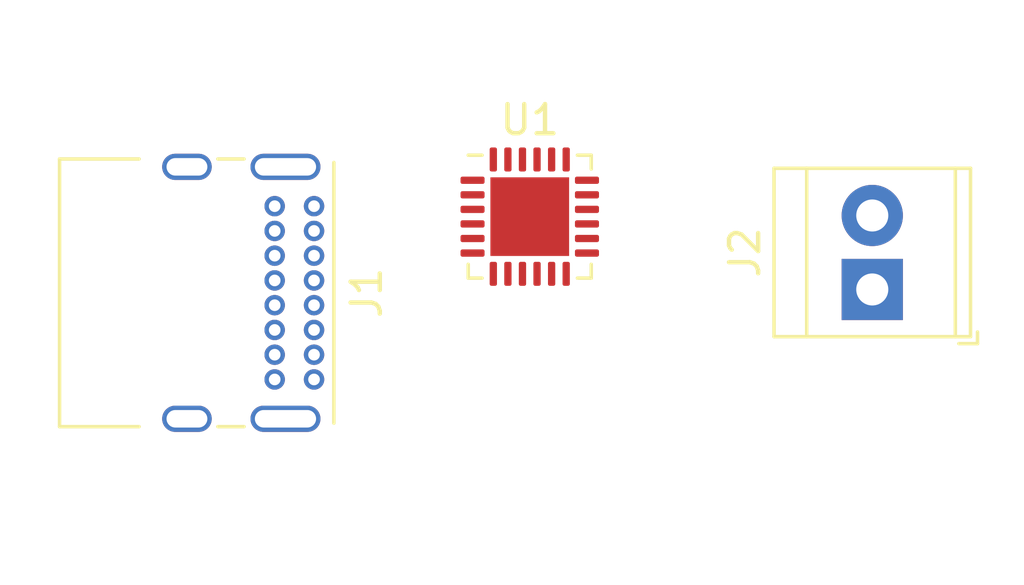
<source format=kicad_pcb>
(kicad_pcb (version 20171130) (host pcbnew "(5.1.9)-1")

  (general
    (thickness 1.6)
    (drawings 0)
    (tracks 0)
    (zones 0)
    (modules 3)
    (nets 31)
  )

  (page A4)
  (layers
    (0 F.Cu signal)
    (31 B.Cu signal)
    (32 B.Adhes user)
    (33 F.Adhes user)
    (34 B.Paste user)
    (35 F.Paste user)
    (36 B.SilkS user)
    (37 F.SilkS user)
    (38 B.Mask user)
    (39 F.Mask user)
    (40 Dwgs.User user)
    (41 Cmts.User user)
    (42 Eco1.User user)
    (43 Eco2.User user)
    (44 Edge.Cuts user)
    (45 Margin user)
    (46 B.CrtYd user)
    (47 F.CrtYd user)
    (48 B.Fab user)
    (49 F.Fab user)
  )

  (setup
    (last_trace_width 0.25)
    (trace_clearance 0.2)
    (zone_clearance 0.508)
    (zone_45_only no)
    (trace_min 0.2)
    (via_size 0.8)
    (via_drill 0.4)
    (via_min_size 0.4)
    (via_min_drill 0.3)
    (uvia_size 0.3)
    (uvia_drill 0.1)
    (uvias_allowed no)
    (uvia_min_size 0.2)
    (uvia_min_drill 0.1)
    (edge_width 0.05)
    (segment_width 0.2)
    (pcb_text_width 0.3)
    (pcb_text_size 1.5 1.5)
    (mod_edge_width 0.12)
    (mod_text_size 1 1)
    (mod_text_width 0.15)
    (pad_size 1.524 1.524)
    (pad_drill 0.762)
    (pad_to_mask_clearance 0)
    (aux_axis_origin 0 0)
    (visible_elements FFFFFF7F)
    (pcbplotparams
      (layerselection 0x010fc_ffffffff)
      (usegerberextensions false)
      (usegerberattributes true)
      (usegerberadvancedattributes true)
      (creategerberjobfile true)
      (excludeedgelayer true)
      (linewidth 0.100000)
      (plotframeref false)
      (viasonmask false)
      (mode 1)
      (useauxorigin false)
      (hpglpennumber 1)
      (hpglpenspeed 20)
      (hpglpendiameter 15.000000)
      (psnegative false)
      (psa4output false)
      (plotreference true)
      (plotvalue true)
      (plotinvisibletext false)
      (padsonsilk false)
      (subtractmaskfromsilk false)
      (outputformat 1)
      (mirror false)
      (drillshape 1)
      (scaleselection 1)
      (outputdirectory ""))
  )

  (net 0 "")
  (net 1 CC1)
  (net 2 "Net-(U1-Pad3)")
  (net 3 CC2)
  (net 4 "Net-(U1-Pad6)")
  (net 5 "Net-(U1-Pad7)")
  (net 6 "Net-(U1-Pad8)")
  (net 7 "Net-(U1-Pad9)")
  (net 8 GND)
  (net 9 "Net-(U1-Pad11)")
  (net 10 "Net-(U1-Pad12)")
  (net 11 "Net-(U1-Pad13)")
  (net 12 "Net-(U1-Pad14)")
  (net 13 "Net-(U1-Pad15)")
  (net 14 "Net-(U1-Pad16)")
  (net 15 "Net-(U1-Pad17)")
  (net 16 "Net-(U1-Pad18)")
  (net 17 "Net-(U1-Pad19)")
  (net 18 "Net-(U1-Pad20)")
  (net 19 "Net-(U1-Pad21)")
  (net 20 "Net-(U1-Pad22)")
  (net 21 "Net-(U1-Pad23)")
  (net 22 "Net-(U1-Pad24)")
  (net 23 VDD)
  (net 24 D+)
  (net 25 D-)
  (net 26 "Net-(J1-PadA8)")
  (net 27 "Net-(J1-PadB8)")
  (net 28 SHIELD)
  (net 29 "Net-(J2-Pad1)")
  (net 30 "Net-(J2-Pad2)")

  (net_class Default "This is the default net class."
    (clearance 0.2)
    (trace_width 0.25)
    (via_dia 0.8)
    (via_drill 0.4)
    (uvia_dia 0.3)
    (uvia_drill 0.1)
    (add_net CC1)
    (add_net CC2)
    (add_net D+)
    (add_net D-)
    (add_net GND)
    (add_net "Net-(J1-PadA8)")
    (add_net "Net-(J1-PadB8)")
    (add_net "Net-(J2-Pad1)")
    (add_net "Net-(J2-Pad2)")
    (add_net "Net-(U1-Pad11)")
    (add_net "Net-(U1-Pad12)")
    (add_net "Net-(U1-Pad13)")
    (add_net "Net-(U1-Pad14)")
    (add_net "Net-(U1-Pad15)")
    (add_net "Net-(U1-Pad16)")
    (add_net "Net-(U1-Pad17)")
    (add_net "Net-(U1-Pad18)")
    (add_net "Net-(U1-Pad19)")
    (add_net "Net-(U1-Pad20)")
    (add_net "Net-(U1-Pad21)")
    (add_net "Net-(U1-Pad22)")
    (add_net "Net-(U1-Pad23)")
    (add_net "Net-(U1-Pad24)")
    (add_net "Net-(U1-Pad3)")
    (add_net "Net-(U1-Pad6)")
    (add_net "Net-(U1-Pad7)")
    (add_net "Net-(U1-Pad8)")
    (add_net "Net-(U1-Pad9)")
    (add_net SHIELD)
    (add_net VDD)
  )

  (module Package_DFN_QFN:QFN-24-1EP_4x4mm_P0.5mm_EP2.7x2.7mm (layer F.Cu) (tedit 5DC5F6A3) (tstamp 632693AC)
    (at 161.1 49.75)
    (descr "QFN, 24 Pin (http://www.alfarzpp.lv/eng/sc/AS3330.pdf), generated with kicad-footprint-generator ipc_noLead_generator.py")
    (tags "QFN NoLead")
    (path /632632B8)
    (attr smd)
    (fp_text reference U1 (at 0 -3.32) (layer F.SilkS)
      (effects (font (size 1 1) (thickness 0.15)))
    )
    (fp_text value STUSB4500QTR (at 0 3.32) (layer F.Fab)
      (effects (font (size 1 1) (thickness 0.15)))
    )
    (fp_line (start 2.62 -2.62) (end -2.62 -2.62) (layer F.CrtYd) (width 0.05))
    (fp_line (start 2.62 2.62) (end 2.62 -2.62) (layer F.CrtYd) (width 0.05))
    (fp_line (start -2.62 2.62) (end 2.62 2.62) (layer F.CrtYd) (width 0.05))
    (fp_line (start -2.62 -2.62) (end -2.62 2.62) (layer F.CrtYd) (width 0.05))
    (fp_line (start -2 -1) (end -1 -2) (layer F.Fab) (width 0.1))
    (fp_line (start -2 2) (end -2 -1) (layer F.Fab) (width 0.1))
    (fp_line (start 2 2) (end -2 2) (layer F.Fab) (width 0.1))
    (fp_line (start 2 -2) (end 2 2) (layer F.Fab) (width 0.1))
    (fp_line (start -1 -2) (end 2 -2) (layer F.Fab) (width 0.1))
    (fp_line (start -1.635 -2.11) (end -2.11 -2.11) (layer F.SilkS) (width 0.12))
    (fp_line (start 2.11 2.11) (end 2.11 1.635) (layer F.SilkS) (width 0.12))
    (fp_line (start 1.635 2.11) (end 2.11 2.11) (layer F.SilkS) (width 0.12))
    (fp_line (start -2.11 2.11) (end -2.11 1.635) (layer F.SilkS) (width 0.12))
    (fp_line (start -1.635 2.11) (end -2.11 2.11) (layer F.SilkS) (width 0.12))
    (fp_line (start 2.11 -2.11) (end 2.11 -1.635) (layer F.SilkS) (width 0.12))
    (fp_line (start 1.635 -2.11) (end 2.11 -2.11) (layer F.SilkS) (width 0.12))
    (fp_text user %R (at 0 0) (layer F.Fab)
      (effects (font (size 1 1) (thickness 0.15)))
    )
    (pad 1 smd roundrect (at -1.9625 -1.25) (size 0.825 0.25) (layers F.Cu F.Paste F.Mask) (roundrect_rratio 0.25)
      (net 1 CC1))
    (pad 2 smd roundrect (at -1.9625 -0.75) (size 0.825 0.25) (layers F.Cu F.Paste F.Mask) (roundrect_rratio 0.25)
      (net 1 CC1))
    (pad 3 smd roundrect (at -1.9625 -0.25) (size 0.825 0.25) (layers F.Cu F.Paste F.Mask) (roundrect_rratio 0.25)
      (net 2 "Net-(U1-Pad3)"))
    (pad 4 smd roundrect (at -1.9625 0.25) (size 0.825 0.25) (layers F.Cu F.Paste F.Mask) (roundrect_rratio 0.25)
      (net 3 CC2))
    (pad 5 smd roundrect (at -1.9625 0.75) (size 0.825 0.25) (layers F.Cu F.Paste F.Mask) (roundrect_rratio 0.25)
      (net 3 CC2))
    (pad 6 smd roundrect (at -1.9625 1.25) (size 0.825 0.25) (layers F.Cu F.Paste F.Mask) (roundrect_rratio 0.25)
      (net 4 "Net-(U1-Pad6)"))
    (pad 7 smd roundrect (at -1.25 1.9625) (size 0.25 0.825) (layers F.Cu F.Paste F.Mask) (roundrect_rratio 0.25)
      (net 5 "Net-(U1-Pad7)"))
    (pad 8 smd roundrect (at -0.75 1.9625) (size 0.25 0.825) (layers F.Cu F.Paste F.Mask) (roundrect_rratio 0.25)
      (net 6 "Net-(U1-Pad8)"))
    (pad 9 smd roundrect (at -0.25 1.9625) (size 0.25 0.825) (layers F.Cu F.Paste F.Mask) (roundrect_rratio 0.25)
      (net 7 "Net-(U1-Pad9)"))
    (pad 10 smd roundrect (at 0.25 1.9625) (size 0.25 0.825) (layers F.Cu F.Paste F.Mask) (roundrect_rratio 0.25)
      (net 8 GND))
    (pad 11 smd roundrect (at 0.75 1.9625) (size 0.25 0.825) (layers F.Cu F.Paste F.Mask) (roundrect_rratio 0.25)
      (net 9 "Net-(U1-Pad11)"))
    (pad 12 smd roundrect (at 1.25 1.9625) (size 0.25 0.825) (layers F.Cu F.Paste F.Mask) (roundrect_rratio 0.25)
      (net 10 "Net-(U1-Pad12)"))
    (pad 13 smd roundrect (at 1.9625 1.25) (size 0.825 0.25) (layers F.Cu F.Paste F.Mask) (roundrect_rratio 0.25)
      (net 11 "Net-(U1-Pad13)"))
    (pad 14 smd roundrect (at 1.9625 0.75) (size 0.825 0.25) (layers F.Cu F.Paste F.Mask) (roundrect_rratio 0.25)
      (net 12 "Net-(U1-Pad14)"))
    (pad 15 smd roundrect (at 1.9625 0.25) (size 0.825 0.25) (layers F.Cu F.Paste F.Mask) (roundrect_rratio 0.25)
      (net 13 "Net-(U1-Pad15)"))
    (pad 16 smd roundrect (at 1.9625 -0.25) (size 0.825 0.25) (layers F.Cu F.Paste F.Mask) (roundrect_rratio 0.25)
      (net 14 "Net-(U1-Pad16)"))
    (pad 17 smd roundrect (at 1.9625 -0.75) (size 0.825 0.25) (layers F.Cu F.Paste F.Mask) (roundrect_rratio 0.25)
      (net 15 "Net-(U1-Pad17)"))
    (pad 18 smd roundrect (at 1.9625 -1.25) (size 0.825 0.25) (layers F.Cu F.Paste F.Mask) (roundrect_rratio 0.25)
      (net 16 "Net-(U1-Pad18)"))
    (pad 19 smd roundrect (at 1.25 -1.9625) (size 0.25 0.825) (layers F.Cu F.Paste F.Mask) (roundrect_rratio 0.25)
      (net 17 "Net-(U1-Pad19)"))
    (pad 20 smd roundrect (at 0.75 -1.9625) (size 0.25 0.825) (layers F.Cu F.Paste F.Mask) (roundrect_rratio 0.25)
      (net 18 "Net-(U1-Pad20)"))
    (pad 21 smd roundrect (at 0.25 -1.9625) (size 0.25 0.825) (layers F.Cu F.Paste F.Mask) (roundrect_rratio 0.25)
      (net 19 "Net-(U1-Pad21)"))
    (pad 22 smd roundrect (at -0.25 -1.9625) (size 0.25 0.825) (layers F.Cu F.Paste F.Mask) (roundrect_rratio 0.25)
      (net 20 "Net-(U1-Pad22)"))
    (pad 23 smd roundrect (at -0.75 -1.9625) (size 0.25 0.825) (layers F.Cu F.Paste F.Mask) (roundrect_rratio 0.25)
      (net 21 "Net-(U1-Pad23)"))
    (pad 24 smd roundrect (at -1.25 -1.9625) (size 0.25 0.825) (layers F.Cu F.Paste F.Mask) (roundrect_rratio 0.25)
      (net 22 "Net-(U1-Pad24)"))
    (pad 25 smd rect (at 0 0) (size 2.7 2.7) (layers F.Cu F.Mask)
      (net 8 GND))
    (pad "" smd roundrect (at -0.675 -0.675) (size 1.09 1.09) (layers F.Paste) (roundrect_rratio 0.229358))
    (pad "" smd roundrect (at -0.675 0.675) (size 1.09 1.09) (layers F.Paste) (roundrect_rratio 0.229358))
    (pad "" smd roundrect (at 0.675 -0.675) (size 1.09 1.09) (layers F.Paste) (roundrect_rratio 0.229358))
    (pad "" smd roundrect (at 0.675 0.675) (size 1.09 1.09) (layers F.Paste) (roundrect_rratio 0.229358))
    (model ${KISYS3DMOD}/Package_DFN_QFN.3dshapes/QFN-24-1EP_4x4mm_P0.5mm_EP2.7x2.7mm.wrl
      (at (xyz 0 0 0))
      (scale (xyz 1 1 1))
      (rotate (xyz 0 0 0))
    )
  )

  (module Connector_USB:USB_C_Receptacle_GCT_USB4085 (layer F.Cu) (tedit 5BCCCD93) (tstamp 63269627)
    (at 153.7 49.39 270)
    (descr "USB 2.0 Type C Receptacle, https://gct.co/Files/Drawings/USB4085.pdf")
    (tags "USB Type-C Receptacle Through-hole Right angle")
    (path /6326632C)
    (fp_text reference J1 (at 2.975 -1.8 90) (layer F.SilkS)
      (effects (font (size 1 1) (thickness 0.15)))
    )
    (fp_text value USB_C_Receptacle_USB2.0 (at 2.975 9.925 90) (layer F.Fab)
      (effects (font (size 1 1) (thickness 0.15)))
    )
    (fp_line (start -0.025 6.1) (end 5.975 6.1) (layer F.Fab) (width 0.1))
    (fp_line (start 8.25 -1.06) (end 8.25 9.11) (layer F.CrtYd) (width 0.05))
    (fp_line (start -2.3 -1.06) (end 8.25 -1.06) (layer F.CrtYd) (width 0.05))
    (fp_line (start -2.3 9.11) (end 8.25 9.11) (layer F.CrtYd) (width 0.05))
    (fp_line (start -2.3 -1.06) (end -2.3 9.11) (layer F.CrtYd) (width 0.05))
    (fp_line (start -1.62 2.4) (end -1.62 3.3) (layer F.SilkS) (width 0.12))
    (fp_line (start 7.57 2.4) (end 7.57 3.3) (layer F.SilkS) (width 0.12))
    (fp_line (start -1.62 6) (end -1.62 8.73) (layer F.SilkS) (width 0.12))
    (fp_line (start 7.57 6) (end 7.57 8.73) (layer F.SilkS) (width 0.12))
    (fp_line (start 7.45 -0.56) (end 7.45 8.61) (layer F.Fab) (width 0.1))
    (fp_line (start -1.5 -0.56) (end -1.5 8.61) (layer F.Fab) (width 0.1))
    (fp_line (start -1.5 -0.68) (end 7.45 -0.68) (layer F.SilkS) (width 0.12))
    (fp_line (start -1.62 8.73) (end 7.57 8.73) (layer F.SilkS) (width 0.12))
    (fp_line (start -1.5 8.61) (end 7.45 8.61) (layer F.Fab) (width 0.1))
    (fp_line (start -1.5 -0.56) (end 7.45 -0.56) (layer F.Fab) (width 0.1))
    (fp_text user "PCB Edge" (at 2.975 6.1 90) (layer Dwgs.User)
      (effects (font (size 0.5 0.5) (thickness 0.1)))
    )
    (fp_text user %R (at 2.975 4.025 90) (layer F.Fab)
      (effects (font (size 1 1) (thickness 0.15)))
    )
    (pad A1 thru_hole circle (at 0 0 270) (size 0.7 0.7) (drill 0.4) (layers *.Cu *.Mask)
      (net 8 GND))
    (pad A4 thru_hole circle (at 0.85 0 270) (size 0.7 0.7) (drill 0.4) (layers *.Cu *.Mask)
      (net 23 VDD))
    (pad A5 thru_hole circle (at 1.7 0 270) (size 0.7 0.7) (drill 0.4) (layers *.Cu *.Mask)
      (net 1 CC1))
    (pad A6 thru_hole circle (at 2.55 0 270) (size 0.7 0.7) (drill 0.4) (layers *.Cu *.Mask)
      (net 24 D+))
    (pad A7 thru_hole circle (at 3.4 0 270) (size 0.7 0.7) (drill 0.4) (layers *.Cu *.Mask)
      (net 25 D-))
    (pad A8 thru_hole circle (at 4.25 0 270) (size 0.7 0.7) (drill 0.4) (layers *.Cu *.Mask)
      (net 26 "Net-(J1-PadA8)"))
    (pad A9 thru_hole circle (at 5.1 0 270) (size 0.7 0.7) (drill 0.4) (layers *.Cu *.Mask)
      (net 23 VDD))
    (pad A12 thru_hole circle (at 5.95 0 270) (size 0.7 0.7) (drill 0.4) (layers *.Cu *.Mask)
      (net 8 GND))
    (pad B9 thru_hole circle (at 0.85 1.35 270) (size 0.7 0.7) (drill 0.4) (layers *.Cu *.Mask)
      (net 23 VDD))
    (pad B7 thru_hole circle (at 2.55 1.35 270) (size 0.7 0.7) (drill 0.4) (layers *.Cu *.Mask)
      (net 25 D-))
    (pad B8 thru_hole circle (at 1.7 1.35 270) (size 0.7 0.7) (drill 0.4) (layers *.Cu *.Mask)
      (net 27 "Net-(J1-PadB8)"))
    (pad B12 thru_hole circle (at 0 1.35 270) (size 0.7 0.7) (drill 0.4) (layers *.Cu *.Mask)
      (net 8 GND))
    (pad B5 thru_hole circle (at 4.25 1.35 270) (size 0.7 0.7) (drill 0.4) (layers *.Cu *.Mask)
      (net 3 CC2))
    (pad B4 thru_hole circle (at 5.1 1.35 270) (size 0.7 0.7) (drill 0.4) (layers *.Cu *.Mask)
      (net 23 VDD))
    (pad B1 thru_hole circle (at 5.95 1.35 270) (size 0.7 0.7) (drill 0.4) (layers *.Cu *.Mask)
      (net 8 GND))
    (pad B6 thru_hole circle (at 3.4 1.35 270) (size 0.7 0.7) (drill 0.4) (layers *.Cu *.Mask)
      (net 24 D+))
    (pad S1 thru_hole oval (at -1.35 0.98 270) (size 0.9 2.4) (drill oval 0.6 2.1) (layers *.Cu *.Mask)
      (net 28 SHIELD))
    (pad S1 thru_hole oval (at 7.3 0.98 270) (size 0.9 2.4) (drill oval 0.6 2.1) (layers *.Cu *.Mask)
      (net 28 SHIELD))
    (pad S1 thru_hole oval (at -1.35 4.36 270) (size 0.9 1.7) (drill oval 0.6 1.4) (layers *.Cu *.Mask)
      (net 28 SHIELD))
    (pad S1 thru_hole oval (at 7.3 4.36 270) (size 0.9 1.7) (drill oval 0.6 1.4) (layers *.Cu *.Mask)
      (net 28 SHIELD))
    (model ${KISYS3DMOD}/Connector_USB.3dshapes/USB_C_Receptacle_GCT_USB4085.wrl
      (at (xyz 0 0 0))
      (scale (xyz 1 1 1))
      (rotate (xyz 0 0 0))
    )
  )

  (module TerminalBlock_TE-Connectivity:TerminalBlock_TE_282834-2_1x02_P2.54mm_Horizontal (layer F.Cu) (tedit 5B1EC513) (tstamp 63269647)
    (at 172.85 52.25 90)
    (descr "Terminal Block TE 282834-2, 2 pins, pitch 2.54mm, size 5.54x6.5mm^2, drill diamater 1.1mm, pad diameter 2.1mm, see http://www.te.com/commerce/DocumentDelivery/DDEController?Action=showdoc&DocId=Customer+Drawing%7F282834%7FC1%7Fpdf%7FEnglish%7FENG_CD_282834_C1.pdf, script-generated using https://github.com/pointhi/kicad-footprint-generator/scripts/TerminalBlock_TE-Connectivity")
    (tags "THT Terminal Block TE 282834-2 pitch 2.54mm size 5.54x6.5mm^2 drill 1.1mm pad 2.1mm")
    (path /6328AE65)
    (fp_text reference J2 (at 1.27 -4.37 90) (layer F.SilkS)
      (effects (font (size 1 1) (thickness 0.15)))
    )
    (fp_text value Screw_Terminal_01x02 (at 1.27 4.37 90) (layer F.Fab)
      (effects (font (size 1 1) (thickness 0.15)))
    )
    (fp_line (start 4.54 -3.75) (end -2 -3.75) (layer F.CrtYd) (width 0.05))
    (fp_line (start 4.54 3.75) (end 4.54 -3.75) (layer F.CrtYd) (width 0.05))
    (fp_line (start -2 3.75) (end 4.54 3.75) (layer F.CrtYd) (width 0.05))
    (fp_line (start -2 -3.75) (end -2 3.75) (layer F.CrtYd) (width 0.05))
    (fp_line (start -1.86 3.61) (end -1.46 3.61) (layer F.SilkS) (width 0.12))
    (fp_line (start -1.86 2.97) (end -1.86 3.61) (layer F.SilkS) (width 0.12))
    (fp_line (start 3.241 -0.835) (end 1.706 0.7) (layer F.Fab) (width 0.1))
    (fp_line (start 3.375 -0.7) (end 1.84 0.835) (layer F.Fab) (width 0.1))
    (fp_line (start 0.701 -0.835) (end -0.835 0.7) (layer F.Fab) (width 0.1))
    (fp_line (start 0.835 -0.7) (end -0.701 0.835) (layer F.Fab) (width 0.1))
    (fp_line (start 4.16 -3.37) (end 4.16 3.37) (layer F.SilkS) (width 0.12))
    (fp_line (start -1.62 -3.37) (end -1.62 3.37) (layer F.SilkS) (width 0.12))
    (fp_line (start -1.62 3.37) (end 4.16 3.37) (layer F.SilkS) (width 0.12))
    (fp_line (start -1.62 -3.37) (end 4.16 -3.37) (layer F.SilkS) (width 0.12))
    (fp_line (start -1.62 -2.25) (end 4.16 -2.25) (layer F.SilkS) (width 0.12))
    (fp_line (start -1.5 -2.25) (end 4.04 -2.25) (layer F.Fab) (width 0.1))
    (fp_line (start -1.62 2.85) (end 4.16 2.85) (layer F.SilkS) (width 0.12))
    (fp_line (start -1.5 2.85) (end 4.04 2.85) (layer F.Fab) (width 0.1))
    (fp_line (start -1.5 2.85) (end -1.5 -3.25) (layer F.Fab) (width 0.1))
    (fp_line (start -1.1 3.25) (end -1.5 2.85) (layer F.Fab) (width 0.1))
    (fp_line (start 4.04 3.25) (end -1.1 3.25) (layer F.Fab) (width 0.1))
    (fp_line (start 4.04 -3.25) (end 4.04 3.25) (layer F.Fab) (width 0.1))
    (fp_line (start -1.5 -3.25) (end 4.04 -3.25) (layer F.Fab) (width 0.1))
    (fp_circle (center 2.54 0) (end 3.64 0) (layer F.Fab) (width 0.1))
    (fp_circle (center 0 0) (end 1.1 0) (layer F.Fab) (width 0.1))
    (fp_text user %R (at 1.27 2 90) (layer F.Fab)
      (effects (font (size 1 1) (thickness 0.15)))
    )
    (pad 1 thru_hole rect (at 0 0 90) (size 2.1 2.1) (drill 1.1) (layers *.Cu *.Mask)
      (net 29 "Net-(J2-Pad1)"))
    (pad 2 thru_hole circle (at 2.54 0 90) (size 2.1 2.1) (drill 1.1) (layers *.Cu *.Mask)
      (net 30 "Net-(J2-Pad2)"))
    (model ${KISYS3DMOD}/TerminalBlock_TE-Connectivity.3dshapes/TerminalBlock_TE_282834-2_1x02_P2.54mm_Horizontal.wrl
      (at (xyz 0 0 0))
      (scale (xyz 1 1 1))
      (rotate (xyz 0 0 0))
    )
  )

)

</source>
